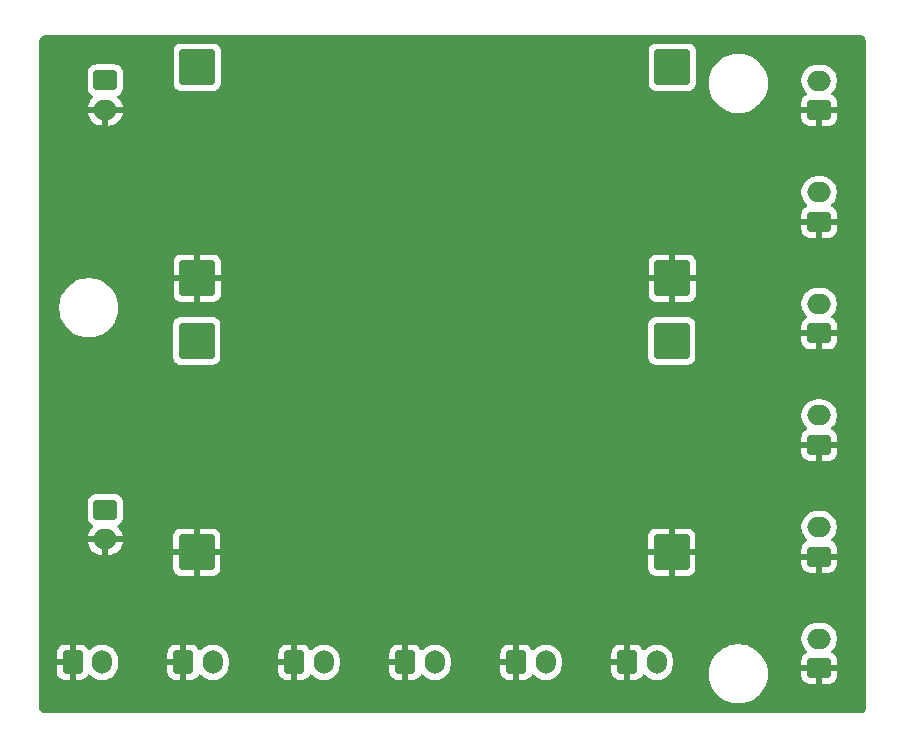
<source format=gbl>
%TF.GenerationSoftware,KiCad,Pcbnew,9.0.2*%
%TF.CreationDate,2025-07-07T17:51:17-07:00*%
%TF.ProjectId,powerBoard,706f7765-7242-46f6-9172-642e6b696361,rev?*%
%TF.SameCoordinates,Original*%
%TF.FileFunction,Copper,L2,Bot*%
%TF.FilePolarity,Positive*%
%FSLAX46Y46*%
G04 Gerber Fmt 4.6, Leading zero omitted, Abs format (unit mm)*
G04 Created by KiCad (PCBNEW 9.0.2) date 2025-07-07 17:51:17*
%MOMM*%
%LPD*%
G01*
G04 APERTURE LIST*
G04 Aperture macros list*
%AMRoundRect*
0 Rectangle with rounded corners*
0 $1 Rounding radius*
0 $2 $3 $4 $5 $6 $7 $8 $9 X,Y pos of 4 corners*
0 Add a 4 corners polygon primitive as box body*
4,1,4,$2,$3,$4,$5,$6,$7,$8,$9,$2,$3,0*
0 Add four circle primitives for the rounded corners*
1,1,$1+$1,$2,$3*
1,1,$1+$1,$4,$5*
1,1,$1+$1,$6,$7*
1,1,$1+$1,$8,$9*
0 Add four rect primitives between the rounded corners*
20,1,$1+$1,$2,$3,$4,$5,0*
20,1,$1+$1,$4,$5,$6,$7,0*
20,1,$1+$1,$6,$7,$8,$9,0*
20,1,$1+$1,$8,$9,$2,$3,0*%
G04 Aperture macros list end*
%TA.AperFunction,ComponentPad*%
%ADD10O,2.000000X1.700000*%
%TD*%
%TA.AperFunction,ComponentPad*%
%ADD11RoundRect,0.250000X0.750000X-0.600000X0.750000X0.600000X-0.750000X0.600000X-0.750000X-0.600000X0*%
%TD*%
%TA.AperFunction,ComponentPad*%
%ADD12RoundRect,0.250000X-0.600000X-0.750000X0.600000X-0.750000X0.600000X0.750000X-0.600000X0.750000X0*%
%TD*%
%TA.AperFunction,ComponentPad*%
%ADD13O,1.700000X2.000000*%
%TD*%
%TA.AperFunction,ComponentPad*%
%ADD14RoundRect,0.250000X-0.750000X0.600000X-0.750000X-0.600000X0.750000X-0.600000X0.750000X0.600000X0*%
%TD*%
%TA.AperFunction,ComponentPad*%
%ADD15RoundRect,0.147638X1.352362X-1.352362X1.352362X1.352362X-1.352362X1.352362X-1.352362X-1.352362X0*%
%TD*%
G04 APERTURE END LIST*
D10*
%TO.P,SW2,2,Pin_2*%
%TO.N,+5V*%
X78469000Y-55092000D03*
D11*
%TO.P,SW2,1,Pin_1*%
%TO.N,GND*%
X78469000Y-57592000D03*
%TD*%
%TO.P,SW6,1,Pin_1*%
%TO.N,GND*%
X78469000Y-19786000D03*
D10*
%TO.P,SW6,2,Pin_2*%
%TO.N,+5V*%
X78469000Y-17286000D03*
%TD*%
D11*
%TO.P,SW5,1,Pin_1*%
%TO.N,GND*%
X78469000Y-29242000D03*
D10*
%TO.P,SW5,2,Pin_2*%
%TO.N,+5V*%
X78469000Y-26742000D03*
%TD*%
D11*
%TO.P,SW4,1,Pin_1*%
%TO.N,GND*%
X78469000Y-38692000D03*
D10*
%TO.P,SW4,2,Pin_2*%
%TO.N,+5V*%
X78469000Y-36192000D03*
%TD*%
D11*
%TO.P,SW3,1,Pin_1*%
%TO.N,GND*%
X78469000Y-48142000D03*
D10*
%TO.P,SW3,2,Pin_2*%
%TO.N,+5V*%
X78469000Y-45642000D03*
%TD*%
D11*
%TO.P,SW1,1,Pin_1*%
%TO.N,GND*%
X78469000Y-67036000D03*
D10*
%TO.P,SW1,2,Pin_2*%
%TO.N,+5V*%
X78469000Y-64536000D03*
%TD*%
D12*
%TO.P,SG90,1,Pin_1*%
%TO.N,GND*%
X24638000Y-66548000D03*
D13*
%TO.P,SG90,2,Pin_2*%
%TO.N,+5V*%
X27138000Y-66548000D03*
%TD*%
D12*
%TO.P,HBRIDGE_2,1,Pin_1*%
%TO.N,GND*%
X62230000Y-66548000D03*
D13*
%TO.P,HBRIDGE_2,2,Pin_2*%
%TO.N,+12V*%
X64730000Y-66548000D03*
%TD*%
D12*
%TO.P,HBRIDGE_1,1,Pin_1*%
%TO.N,GND*%
X52832000Y-66548000D03*
D13*
%TO.P,HBRIDGE_1,2,Pin_2*%
%TO.N,+12V*%
X55332000Y-66548000D03*
%TD*%
D12*
%TO.P,HALLSENSOR1,1,Pin_1*%
%TO.N,GND*%
X15260000Y-66548000D03*
D13*
%TO.P,HALLSENSOR1,2,Pin_2*%
%TO.N,+9V*%
X17760000Y-66548000D03*
%TD*%
D12*
%TO.P,ESP32PWR1,1,Pin_1*%
%TO.N,GND*%
X34036000Y-66548000D03*
D13*
%TO.P,ESP32PWR1,2,Pin_2*%
%TO.N,+5V*%
X36536000Y-66548000D03*
%TD*%
D12*
%TO.P,DS3235,1,Pin_1*%
%TO.N,GND*%
X43434000Y-66548000D03*
D13*
%TO.P,DS3235,2,Pin_2*%
%TO.N,+5V*%
X45934000Y-66548000D03*
%TD*%
D14*
%TO.P,BT2,1,+*%
%TO.N,+9V*%
X18034000Y-17272000D03*
D10*
%TO.P,BT2,2,-*%
%TO.N,GND*%
X18034000Y-19772000D03*
%TD*%
D14*
%TO.P,BT1,1,+*%
%TO.N,+16V*%
X18034000Y-53634000D03*
D10*
%TO.P,BT1,2,-*%
%TO.N,GND*%
X18034000Y-56134000D03*
%TD*%
D15*
%TO.P,U2,1,VIN+*%
%TO.N,+9V*%
X25806400Y-16154400D03*
%TO.P,U2,2,VIN-*%
%TO.N,GND*%
X25806400Y-34036000D03*
%TO.P,U2,3,VOUT-*%
X66040000Y-34036000D03*
%TO.P,U2,4,VOUT+*%
%TO.N,+5V*%
X66040000Y-16154400D03*
%TD*%
%TO.P,U1,1,VIN+*%
%TO.N,+16V*%
X25755600Y-39344600D03*
%TO.P,U1,2,VIN-*%
%TO.N,GND*%
X25755600Y-57226200D03*
%TO.P,U1,3,VOUT-*%
X65989200Y-57226200D03*
%TO.P,U1,4,VOUT+*%
%TO.N,+12V*%
X65989200Y-39344600D03*
%TD*%
%TA.AperFunction,Conductor*%
%TO.N,GND*%
G36*
X81937922Y-13455280D02*
G01*
X82028266Y-13465459D01*
X82055331Y-13471636D01*
X82134540Y-13499352D01*
X82159553Y-13511398D01*
X82230606Y-13556043D01*
X82252313Y-13573355D01*
X82311644Y-13632686D01*
X82328957Y-13654395D01*
X82373600Y-13725444D01*
X82385648Y-13750462D01*
X82413362Y-13829666D01*
X82419540Y-13856735D01*
X82429720Y-13947076D01*
X82430500Y-13960961D01*
X82430500Y-70367038D01*
X82429720Y-70380922D01*
X82429720Y-70380923D01*
X82419540Y-70471264D01*
X82413362Y-70498333D01*
X82385648Y-70577537D01*
X82373600Y-70602555D01*
X82328957Y-70673604D01*
X82311644Y-70695313D01*
X82252313Y-70754644D01*
X82230604Y-70771957D01*
X82159555Y-70816600D01*
X82134537Y-70828648D01*
X82055333Y-70856362D01*
X82028264Y-70862540D01*
X81948075Y-70871576D01*
X81937921Y-70872720D01*
X81924038Y-70873500D01*
X12944962Y-70873500D01*
X12931078Y-70872720D01*
X12918553Y-70871308D01*
X12840735Y-70862540D01*
X12813666Y-70856362D01*
X12734462Y-70828648D01*
X12709444Y-70816600D01*
X12638395Y-70771957D01*
X12616686Y-70754644D01*
X12557355Y-70695313D01*
X12540042Y-70673604D01*
X12495399Y-70602555D01*
X12483351Y-70577537D01*
X12455637Y-70498333D01*
X12449459Y-70471263D01*
X12439280Y-70380922D01*
X12438500Y-70367038D01*
X12438500Y-65748013D01*
X13910000Y-65748013D01*
X13910000Y-66298000D01*
X14826988Y-66298000D01*
X14794075Y-66355007D01*
X14760000Y-66482174D01*
X14760000Y-66613826D01*
X14794075Y-66740993D01*
X14826988Y-66798000D01*
X13910001Y-66798000D01*
X13910001Y-67347986D01*
X13920494Y-67450697D01*
X13975641Y-67617119D01*
X13975643Y-67617124D01*
X14067684Y-67766345D01*
X14191654Y-67890315D01*
X14340875Y-67982356D01*
X14340880Y-67982358D01*
X14507302Y-68037505D01*
X14507309Y-68037506D01*
X14610019Y-68047999D01*
X15009999Y-68047999D01*
X15010000Y-68047998D01*
X15010000Y-66981012D01*
X15067007Y-67013925D01*
X15194174Y-67048000D01*
X15325826Y-67048000D01*
X15452993Y-67013925D01*
X15510000Y-66981012D01*
X15510000Y-68047999D01*
X15909972Y-68047999D01*
X15909986Y-68047998D01*
X16012697Y-68037505D01*
X16179119Y-67982358D01*
X16179124Y-67982356D01*
X16328345Y-67890315D01*
X16452317Y-67766343D01*
X16547815Y-67611516D01*
X16599763Y-67564791D01*
X16668725Y-67553568D01*
X16732808Y-67581412D01*
X16741035Y-67588931D01*
X16880213Y-67728109D01*
X17052179Y-67853048D01*
X17052181Y-67853049D01*
X17052184Y-67853051D01*
X17241588Y-67949557D01*
X17443757Y-68015246D01*
X17653713Y-68048500D01*
X17653714Y-68048500D01*
X17866286Y-68048500D01*
X17866287Y-68048500D01*
X18076243Y-68015246D01*
X18278412Y-67949557D01*
X18467816Y-67853051D01*
X18489789Y-67837086D01*
X18639786Y-67728109D01*
X18639788Y-67728106D01*
X18639792Y-67728104D01*
X18790104Y-67577792D01*
X18790106Y-67577788D01*
X18790109Y-67577786D01*
X18915048Y-67405820D01*
X18915049Y-67405819D01*
X18915051Y-67405816D01*
X19011557Y-67216412D01*
X19077246Y-67014243D01*
X19110500Y-66804287D01*
X19110500Y-66291713D01*
X19077246Y-66081757D01*
X19011557Y-65879588D01*
X18998135Y-65853246D01*
X18971597Y-65801160D01*
X18971596Y-65801159D01*
X18944516Y-65748013D01*
X23288000Y-65748013D01*
X23288000Y-66298000D01*
X24204988Y-66298000D01*
X24172075Y-66355007D01*
X24138000Y-66482174D01*
X24138000Y-66613826D01*
X24172075Y-66740993D01*
X24204988Y-66798000D01*
X23288001Y-66798000D01*
X23288001Y-67347986D01*
X23298494Y-67450697D01*
X23353641Y-67617119D01*
X23353643Y-67617124D01*
X23445684Y-67766345D01*
X23569654Y-67890315D01*
X23718875Y-67982356D01*
X23718880Y-67982358D01*
X23885302Y-68037505D01*
X23885309Y-68037506D01*
X23988019Y-68047999D01*
X24387999Y-68047999D01*
X24388000Y-68047998D01*
X24388000Y-66981012D01*
X24445007Y-67013925D01*
X24572174Y-67048000D01*
X24703826Y-67048000D01*
X24830993Y-67013925D01*
X24888000Y-66981012D01*
X24888000Y-68047999D01*
X25287972Y-68047999D01*
X25287986Y-68047998D01*
X25390697Y-68037505D01*
X25557119Y-67982358D01*
X25557124Y-67982356D01*
X25706345Y-67890315D01*
X25830317Y-67766343D01*
X25925815Y-67611516D01*
X25977763Y-67564791D01*
X26046725Y-67553568D01*
X26110808Y-67581412D01*
X26119035Y-67588931D01*
X26258213Y-67728109D01*
X26430179Y-67853048D01*
X26430181Y-67853049D01*
X26430184Y-67853051D01*
X26619588Y-67949557D01*
X26821757Y-68015246D01*
X27031713Y-68048500D01*
X27031714Y-68048500D01*
X27244286Y-68048500D01*
X27244287Y-68048500D01*
X27454243Y-68015246D01*
X27656412Y-67949557D01*
X27845816Y-67853051D01*
X27867789Y-67837086D01*
X28017786Y-67728109D01*
X28017788Y-67728106D01*
X28017792Y-67728104D01*
X28168104Y-67577792D01*
X28168106Y-67577788D01*
X28168109Y-67577786D01*
X28293048Y-67405820D01*
X28293049Y-67405819D01*
X28293051Y-67405816D01*
X28389557Y-67216412D01*
X28455246Y-67014243D01*
X28488500Y-66804287D01*
X28488500Y-66291713D01*
X28455246Y-66081757D01*
X28389557Y-65879588D01*
X28376135Y-65853246D01*
X28349597Y-65801160D01*
X28349596Y-65801159D01*
X28322516Y-65748013D01*
X32686000Y-65748013D01*
X32686000Y-66298000D01*
X33602988Y-66298000D01*
X33570075Y-66355007D01*
X33536000Y-66482174D01*
X33536000Y-66613826D01*
X33570075Y-66740993D01*
X33602988Y-66798000D01*
X32686001Y-66798000D01*
X32686001Y-67347986D01*
X32696494Y-67450697D01*
X32751641Y-67617119D01*
X32751643Y-67617124D01*
X32843684Y-67766345D01*
X32967654Y-67890315D01*
X33116875Y-67982356D01*
X33116880Y-67982358D01*
X33283302Y-68037505D01*
X33283309Y-68037506D01*
X33386019Y-68047999D01*
X33785999Y-68047999D01*
X33786000Y-68047998D01*
X33786000Y-66981012D01*
X33843007Y-67013925D01*
X33970174Y-67048000D01*
X34101826Y-67048000D01*
X34228993Y-67013925D01*
X34286000Y-66981012D01*
X34286000Y-68047999D01*
X34685972Y-68047999D01*
X34685986Y-68047998D01*
X34788697Y-68037505D01*
X34955119Y-67982358D01*
X34955124Y-67982356D01*
X35104345Y-67890315D01*
X35228317Y-67766343D01*
X35323815Y-67611516D01*
X35375763Y-67564791D01*
X35444725Y-67553568D01*
X35508808Y-67581412D01*
X35517035Y-67588931D01*
X35656213Y-67728109D01*
X35828179Y-67853048D01*
X35828181Y-67853049D01*
X35828184Y-67853051D01*
X36017588Y-67949557D01*
X36219757Y-68015246D01*
X36429713Y-68048500D01*
X36429714Y-68048500D01*
X36642286Y-68048500D01*
X36642287Y-68048500D01*
X36852243Y-68015246D01*
X37054412Y-67949557D01*
X37243816Y-67853051D01*
X37265789Y-67837086D01*
X37415786Y-67728109D01*
X37415788Y-67728106D01*
X37415792Y-67728104D01*
X37566104Y-67577792D01*
X37566106Y-67577788D01*
X37566109Y-67577786D01*
X37691048Y-67405820D01*
X37691049Y-67405819D01*
X37691051Y-67405816D01*
X37787557Y-67216412D01*
X37853246Y-67014243D01*
X37886500Y-66804287D01*
X37886500Y-66291713D01*
X37853246Y-66081757D01*
X37787557Y-65879588D01*
X37774135Y-65853246D01*
X37747597Y-65801160D01*
X37747596Y-65801159D01*
X37720516Y-65748013D01*
X42084000Y-65748013D01*
X42084000Y-66298000D01*
X43000988Y-66298000D01*
X42968075Y-66355007D01*
X42934000Y-66482174D01*
X42934000Y-66613826D01*
X42968075Y-66740993D01*
X43000988Y-66798000D01*
X42084001Y-66798000D01*
X42084001Y-67347986D01*
X42094494Y-67450697D01*
X42149641Y-67617119D01*
X42149643Y-67617124D01*
X42241684Y-67766345D01*
X42365654Y-67890315D01*
X42514875Y-67982356D01*
X42514880Y-67982358D01*
X42681302Y-68037505D01*
X42681309Y-68037506D01*
X42784019Y-68047999D01*
X43183999Y-68047999D01*
X43184000Y-68047998D01*
X43184000Y-66981012D01*
X43241007Y-67013925D01*
X43368174Y-67048000D01*
X43499826Y-67048000D01*
X43626993Y-67013925D01*
X43684000Y-66981012D01*
X43684000Y-68047999D01*
X44083972Y-68047999D01*
X44083986Y-68047998D01*
X44186697Y-68037505D01*
X44353119Y-67982358D01*
X44353124Y-67982356D01*
X44502345Y-67890315D01*
X44626317Y-67766343D01*
X44721815Y-67611516D01*
X44773763Y-67564791D01*
X44842725Y-67553568D01*
X44906808Y-67581412D01*
X44915035Y-67588931D01*
X45054213Y-67728109D01*
X45226179Y-67853048D01*
X45226181Y-67853049D01*
X45226184Y-67853051D01*
X45415588Y-67949557D01*
X45617757Y-68015246D01*
X45827713Y-68048500D01*
X45827714Y-68048500D01*
X46040286Y-68048500D01*
X46040287Y-68048500D01*
X46250243Y-68015246D01*
X46452412Y-67949557D01*
X46641816Y-67853051D01*
X46663789Y-67837086D01*
X46813786Y-67728109D01*
X46813788Y-67728106D01*
X46813792Y-67728104D01*
X46964104Y-67577792D01*
X46964106Y-67577788D01*
X46964109Y-67577786D01*
X47089048Y-67405820D01*
X47089049Y-67405819D01*
X47089051Y-67405816D01*
X47185557Y-67216412D01*
X47251246Y-67014243D01*
X47284500Y-66804287D01*
X47284500Y-66291713D01*
X47251246Y-66081757D01*
X47185557Y-65879588D01*
X47172135Y-65853246D01*
X47145597Y-65801160D01*
X47145596Y-65801159D01*
X47118516Y-65748013D01*
X51482000Y-65748013D01*
X51482000Y-66298000D01*
X52398988Y-66298000D01*
X52366075Y-66355007D01*
X52332000Y-66482174D01*
X52332000Y-66613826D01*
X52366075Y-66740993D01*
X52398988Y-66798000D01*
X51482001Y-66798000D01*
X51482001Y-67347986D01*
X51492494Y-67450697D01*
X51547641Y-67617119D01*
X51547643Y-67617124D01*
X51639684Y-67766345D01*
X51763654Y-67890315D01*
X51912875Y-67982356D01*
X51912880Y-67982358D01*
X52079302Y-68037505D01*
X52079309Y-68037506D01*
X52182019Y-68047999D01*
X52581999Y-68047999D01*
X52582000Y-68047998D01*
X52582000Y-66981012D01*
X52639007Y-67013925D01*
X52766174Y-67048000D01*
X52897826Y-67048000D01*
X53024993Y-67013925D01*
X53082000Y-66981012D01*
X53082000Y-68047999D01*
X53481972Y-68047999D01*
X53481986Y-68047998D01*
X53584697Y-68037505D01*
X53751119Y-67982358D01*
X53751124Y-67982356D01*
X53900345Y-67890315D01*
X54024317Y-67766343D01*
X54119815Y-67611516D01*
X54171763Y-67564791D01*
X54240725Y-67553568D01*
X54304808Y-67581412D01*
X54313035Y-67588931D01*
X54452213Y-67728109D01*
X54624179Y-67853048D01*
X54624181Y-67853049D01*
X54624184Y-67853051D01*
X54813588Y-67949557D01*
X55015757Y-68015246D01*
X55225713Y-68048500D01*
X55225714Y-68048500D01*
X55438286Y-68048500D01*
X55438287Y-68048500D01*
X55648243Y-68015246D01*
X55850412Y-67949557D01*
X56039816Y-67853051D01*
X56061789Y-67837086D01*
X56211786Y-67728109D01*
X56211788Y-67728106D01*
X56211792Y-67728104D01*
X56362104Y-67577792D01*
X56362106Y-67577788D01*
X56362109Y-67577786D01*
X56487048Y-67405820D01*
X56487049Y-67405819D01*
X56487051Y-67405816D01*
X56583557Y-67216412D01*
X56649246Y-67014243D01*
X56682500Y-66804287D01*
X56682500Y-66291713D01*
X56649246Y-66081757D01*
X56583557Y-65879588D01*
X56570135Y-65853246D01*
X56543597Y-65801160D01*
X56543596Y-65801159D01*
X56516516Y-65748013D01*
X60880000Y-65748013D01*
X60880000Y-66298000D01*
X61796988Y-66298000D01*
X61764075Y-66355007D01*
X61730000Y-66482174D01*
X61730000Y-66613826D01*
X61764075Y-66740993D01*
X61796988Y-66798000D01*
X60880001Y-66798000D01*
X60880001Y-67347986D01*
X60890494Y-67450697D01*
X60945641Y-67617119D01*
X60945643Y-67617124D01*
X61037684Y-67766345D01*
X61161654Y-67890315D01*
X61310875Y-67982356D01*
X61310880Y-67982358D01*
X61477302Y-68037505D01*
X61477309Y-68037506D01*
X61580019Y-68047999D01*
X61979999Y-68047999D01*
X61980000Y-68047998D01*
X61980000Y-66981012D01*
X62037007Y-67013925D01*
X62164174Y-67048000D01*
X62295826Y-67048000D01*
X62422993Y-67013925D01*
X62480000Y-66981012D01*
X62480000Y-68047999D01*
X62879972Y-68047999D01*
X62879986Y-68047998D01*
X62982697Y-68037505D01*
X63149119Y-67982358D01*
X63149124Y-67982356D01*
X63298345Y-67890315D01*
X63422317Y-67766343D01*
X63517815Y-67611516D01*
X63569763Y-67564791D01*
X63638725Y-67553568D01*
X63702808Y-67581412D01*
X63711035Y-67588931D01*
X63850213Y-67728109D01*
X64022179Y-67853048D01*
X64022181Y-67853049D01*
X64022184Y-67853051D01*
X64211588Y-67949557D01*
X64413757Y-68015246D01*
X64623713Y-68048500D01*
X64623714Y-68048500D01*
X64836286Y-68048500D01*
X64836287Y-68048500D01*
X65046243Y-68015246D01*
X65248412Y-67949557D01*
X65437816Y-67853051D01*
X65459789Y-67837086D01*
X65609786Y-67728109D01*
X65609788Y-67728106D01*
X65609792Y-67728104D01*
X65760104Y-67577792D01*
X65760106Y-67577788D01*
X65760109Y-67577786D01*
X65863049Y-67436099D01*
X65885051Y-67405816D01*
X65895368Y-67385568D01*
X69127500Y-67385568D01*
X69127500Y-67666431D01*
X69158942Y-67945494D01*
X69158945Y-67945512D01*
X69221439Y-68219317D01*
X69221443Y-68219329D01*
X69314200Y-68484411D01*
X69436053Y-68737442D01*
X69436055Y-68737445D01*
X69585477Y-68975248D01*
X69760584Y-69194825D01*
X69959175Y-69393416D01*
X70178752Y-69568523D01*
X70416555Y-69717945D01*
X70669592Y-69839801D01*
X70868680Y-69909465D01*
X70934670Y-69932556D01*
X70934682Y-69932560D01*
X71208491Y-69995055D01*
X71208497Y-69995055D01*
X71208505Y-69995057D01*
X71394547Y-70016018D01*
X71487569Y-70026499D01*
X71487572Y-70026500D01*
X71487575Y-70026500D01*
X71768428Y-70026500D01*
X71768429Y-70026499D01*
X71911055Y-70010429D01*
X72047494Y-69995057D01*
X72047499Y-69995056D01*
X72047509Y-69995055D01*
X72321318Y-69932560D01*
X72586408Y-69839801D01*
X72839445Y-69717945D01*
X73077248Y-69568523D01*
X73296825Y-69393416D01*
X73495416Y-69194825D01*
X73670523Y-68975248D01*
X73819945Y-68737445D01*
X73941801Y-68484408D01*
X74034560Y-68219318D01*
X74097055Y-67945509D01*
X74107473Y-67853051D01*
X74128499Y-67666431D01*
X74128500Y-67666427D01*
X74128500Y-67385572D01*
X74128499Y-67385570D01*
X74124264Y-67347986D01*
X74110858Y-67228993D01*
X74097057Y-67106504D01*
X74097054Y-67106487D01*
X74034560Y-66832682D01*
X74034556Y-66832670D01*
X74011465Y-66766680D01*
X73941801Y-66567592D01*
X73819945Y-66314555D01*
X73670523Y-66076752D01*
X73495416Y-65857175D01*
X73296825Y-65658584D01*
X73077248Y-65483477D01*
X72913004Y-65380275D01*
X72839442Y-65334053D01*
X72586411Y-65212200D01*
X72321329Y-65119443D01*
X72321317Y-65119439D01*
X72047512Y-65056945D01*
X72047494Y-65056942D01*
X71768431Y-65025500D01*
X71768425Y-65025500D01*
X71487575Y-65025500D01*
X71487568Y-65025500D01*
X71208505Y-65056942D01*
X71208487Y-65056945D01*
X70934682Y-65119439D01*
X70934670Y-65119443D01*
X70669588Y-65212200D01*
X70416557Y-65334053D01*
X70178753Y-65483476D01*
X69959175Y-65658583D01*
X69760583Y-65857175D01*
X69585476Y-66076753D01*
X69436053Y-66314557D01*
X69314200Y-66567588D01*
X69221443Y-66832670D01*
X69221439Y-66832682D01*
X69158945Y-67106487D01*
X69158942Y-67106505D01*
X69127500Y-67385568D01*
X65895368Y-67385568D01*
X65981557Y-67216412D01*
X66047246Y-67014243D01*
X66080500Y-66804287D01*
X66080500Y-66291713D01*
X66047246Y-66081757D01*
X65981557Y-65879588D01*
X65885051Y-65690184D01*
X65885049Y-65690181D01*
X65885048Y-65690179D01*
X65760109Y-65518213D01*
X65609786Y-65367890D01*
X65437820Y-65242951D01*
X65248414Y-65146444D01*
X65248413Y-65146443D01*
X65248412Y-65146443D01*
X65046243Y-65080754D01*
X65046241Y-65080753D01*
X65046240Y-65080753D01*
X64879927Y-65054412D01*
X64836287Y-65047500D01*
X64623713Y-65047500D01*
X64580073Y-65054412D01*
X64413760Y-65080753D01*
X64211585Y-65146444D01*
X64022179Y-65242951D01*
X63850215Y-65367889D01*
X63711035Y-65507069D01*
X63649712Y-65540553D01*
X63580020Y-65535569D01*
X63524087Y-65493697D01*
X63517815Y-65484484D01*
X63422315Y-65329654D01*
X63298345Y-65205684D01*
X63149124Y-65113643D01*
X63149119Y-65113641D01*
X62982697Y-65058494D01*
X62982690Y-65058493D01*
X62879986Y-65048000D01*
X62480000Y-65048000D01*
X62480000Y-66114988D01*
X62422993Y-66082075D01*
X62295826Y-66048000D01*
X62164174Y-66048000D01*
X62037007Y-66082075D01*
X61980000Y-66114988D01*
X61980000Y-65048000D01*
X61580028Y-65048000D01*
X61580012Y-65048001D01*
X61477302Y-65058494D01*
X61310880Y-65113641D01*
X61310875Y-65113643D01*
X61161654Y-65205684D01*
X61037684Y-65329654D01*
X60945643Y-65478875D01*
X60945641Y-65478880D01*
X60890494Y-65645302D01*
X60890493Y-65645309D01*
X60880000Y-65748013D01*
X56516516Y-65748013D01*
X56487051Y-65690184D01*
X56479023Y-65679134D01*
X56362109Y-65518213D01*
X56211786Y-65367890D01*
X56039820Y-65242951D01*
X55850414Y-65146444D01*
X55850413Y-65146443D01*
X55850412Y-65146443D01*
X55648243Y-65080754D01*
X55648241Y-65080753D01*
X55648240Y-65080753D01*
X55481927Y-65054412D01*
X55438287Y-65047500D01*
X55225713Y-65047500D01*
X55182073Y-65054412D01*
X55015760Y-65080753D01*
X54813585Y-65146444D01*
X54624179Y-65242951D01*
X54452215Y-65367889D01*
X54313035Y-65507069D01*
X54251712Y-65540553D01*
X54182020Y-65535569D01*
X54126087Y-65493697D01*
X54119815Y-65484484D01*
X54024315Y-65329654D01*
X53900345Y-65205684D01*
X53751124Y-65113643D01*
X53751119Y-65113641D01*
X53584697Y-65058494D01*
X53584690Y-65058493D01*
X53481986Y-65048000D01*
X53082000Y-65048000D01*
X53082000Y-66114988D01*
X53024993Y-66082075D01*
X52897826Y-66048000D01*
X52766174Y-66048000D01*
X52639007Y-66082075D01*
X52582000Y-66114988D01*
X52582000Y-65048000D01*
X52182028Y-65048000D01*
X52182012Y-65048001D01*
X52079302Y-65058494D01*
X51912880Y-65113641D01*
X51912875Y-65113643D01*
X51763654Y-65205684D01*
X51639684Y-65329654D01*
X51547643Y-65478875D01*
X51547641Y-65478880D01*
X51492494Y-65645302D01*
X51492493Y-65645309D01*
X51482000Y-65748013D01*
X47118516Y-65748013D01*
X47089051Y-65690184D01*
X47081023Y-65679134D01*
X46964109Y-65518213D01*
X46813786Y-65367890D01*
X46641820Y-65242951D01*
X46452414Y-65146444D01*
X46452413Y-65146443D01*
X46452412Y-65146443D01*
X46250243Y-65080754D01*
X46250241Y-65080753D01*
X46250240Y-65080753D01*
X46083927Y-65054412D01*
X46040287Y-65047500D01*
X45827713Y-65047500D01*
X45784073Y-65054412D01*
X45617760Y-65080753D01*
X45415585Y-65146444D01*
X45226179Y-65242951D01*
X45054215Y-65367889D01*
X44915035Y-65507069D01*
X44853712Y-65540553D01*
X44784020Y-65535569D01*
X44728087Y-65493697D01*
X44721815Y-65484484D01*
X44626315Y-65329654D01*
X44502345Y-65205684D01*
X44353124Y-65113643D01*
X44353119Y-65113641D01*
X44186697Y-65058494D01*
X44186690Y-65058493D01*
X44083986Y-65048000D01*
X43684000Y-65048000D01*
X43684000Y-66114988D01*
X43626993Y-66082075D01*
X43499826Y-66048000D01*
X43368174Y-66048000D01*
X43241007Y-66082075D01*
X43184000Y-66114988D01*
X43184000Y-65048000D01*
X42784028Y-65048000D01*
X42784012Y-65048001D01*
X42681302Y-65058494D01*
X42514880Y-65113641D01*
X42514875Y-65113643D01*
X42365654Y-65205684D01*
X42241684Y-65329654D01*
X42149643Y-65478875D01*
X42149641Y-65478880D01*
X42094494Y-65645302D01*
X42094493Y-65645309D01*
X42084000Y-65748013D01*
X37720516Y-65748013D01*
X37691051Y-65690184D01*
X37683023Y-65679134D01*
X37566109Y-65518213D01*
X37415786Y-65367890D01*
X37243820Y-65242951D01*
X37054414Y-65146444D01*
X37054413Y-65146443D01*
X37054412Y-65146443D01*
X36852243Y-65080754D01*
X36852241Y-65080753D01*
X36852240Y-65080753D01*
X36685927Y-65054412D01*
X36642287Y-65047500D01*
X36429713Y-65047500D01*
X36386073Y-65054412D01*
X36219760Y-65080753D01*
X36017585Y-65146444D01*
X35828179Y-65242951D01*
X35656215Y-65367889D01*
X35517035Y-65507069D01*
X35455712Y-65540553D01*
X35386020Y-65535569D01*
X35330087Y-65493697D01*
X35323815Y-65484484D01*
X35228315Y-65329654D01*
X35104345Y-65205684D01*
X34955124Y-65113643D01*
X34955119Y-65113641D01*
X34788697Y-65058494D01*
X34788690Y-65058493D01*
X34685986Y-65048000D01*
X34286000Y-65048000D01*
X34286000Y-66114988D01*
X34228993Y-66082075D01*
X34101826Y-66048000D01*
X33970174Y-66048000D01*
X33843007Y-66082075D01*
X33786000Y-66114988D01*
X33786000Y-65048000D01*
X33386028Y-65048000D01*
X33386012Y-65048001D01*
X33283302Y-65058494D01*
X33116880Y-65113641D01*
X33116875Y-65113643D01*
X32967654Y-65205684D01*
X32843684Y-65329654D01*
X32751643Y-65478875D01*
X32751641Y-65478880D01*
X32696494Y-65645302D01*
X32696493Y-65645309D01*
X32686000Y-65748013D01*
X28322516Y-65748013D01*
X28293051Y-65690184D01*
X28285023Y-65679134D01*
X28168109Y-65518213D01*
X28017786Y-65367890D01*
X27845820Y-65242951D01*
X27656414Y-65146444D01*
X27656413Y-65146443D01*
X27656412Y-65146443D01*
X27454243Y-65080754D01*
X27454241Y-65080753D01*
X27454240Y-65080753D01*
X27287927Y-65054412D01*
X27244287Y-65047500D01*
X27031713Y-65047500D01*
X26988073Y-65054412D01*
X26821760Y-65080753D01*
X26619585Y-65146444D01*
X26430179Y-65242951D01*
X26258215Y-65367889D01*
X26119035Y-65507069D01*
X26057712Y-65540553D01*
X25988020Y-65535569D01*
X25932087Y-65493697D01*
X25925815Y-65484484D01*
X25830315Y-65329654D01*
X25706345Y-65205684D01*
X25557124Y-65113643D01*
X25557119Y-65113641D01*
X25390697Y-65058494D01*
X25390690Y-65058493D01*
X25287986Y-65048000D01*
X24888000Y-65048000D01*
X24888000Y-66114988D01*
X24830993Y-66082075D01*
X24703826Y-66048000D01*
X24572174Y-66048000D01*
X24445007Y-66082075D01*
X24388000Y-66114988D01*
X24388000Y-65048000D01*
X23988028Y-65048000D01*
X23988012Y-65048001D01*
X23885302Y-65058494D01*
X23718880Y-65113641D01*
X23718875Y-65113643D01*
X23569654Y-65205684D01*
X23445684Y-65329654D01*
X23353643Y-65478875D01*
X23353641Y-65478880D01*
X23298494Y-65645302D01*
X23298493Y-65645309D01*
X23288000Y-65748013D01*
X18944516Y-65748013D01*
X18915051Y-65690184D01*
X18907023Y-65679134D01*
X18790109Y-65518213D01*
X18639786Y-65367890D01*
X18467820Y-65242951D01*
X18278414Y-65146444D01*
X18278413Y-65146443D01*
X18278412Y-65146443D01*
X18076243Y-65080754D01*
X18076241Y-65080753D01*
X18076240Y-65080753D01*
X17909927Y-65054412D01*
X17866287Y-65047500D01*
X17653713Y-65047500D01*
X17610073Y-65054412D01*
X17443760Y-65080753D01*
X17241585Y-65146444D01*
X17052179Y-65242951D01*
X16880215Y-65367889D01*
X16741035Y-65507069D01*
X16679712Y-65540553D01*
X16610020Y-65535569D01*
X16554087Y-65493697D01*
X16547815Y-65484484D01*
X16452315Y-65329654D01*
X16328345Y-65205684D01*
X16179124Y-65113643D01*
X16179119Y-65113641D01*
X16012697Y-65058494D01*
X16012690Y-65058493D01*
X15909986Y-65048000D01*
X15510000Y-65048000D01*
X15510000Y-66114988D01*
X15452993Y-66082075D01*
X15325826Y-66048000D01*
X15194174Y-66048000D01*
X15067007Y-66082075D01*
X15010000Y-66114988D01*
X15010000Y-65048000D01*
X14610028Y-65048000D01*
X14610012Y-65048001D01*
X14507302Y-65058494D01*
X14340880Y-65113641D01*
X14340875Y-65113643D01*
X14191654Y-65205684D01*
X14067684Y-65329654D01*
X13975643Y-65478875D01*
X13975641Y-65478880D01*
X13920494Y-65645302D01*
X13920493Y-65645309D01*
X13910000Y-65748013D01*
X12438500Y-65748013D01*
X12438500Y-64429713D01*
X76968500Y-64429713D01*
X76968500Y-64642286D01*
X77001753Y-64852239D01*
X77067444Y-65054414D01*
X77163951Y-65243820D01*
X77288890Y-65415786D01*
X77428068Y-65554964D01*
X77461553Y-65616287D01*
X77456569Y-65685979D01*
X77414697Y-65741912D01*
X77405484Y-65748183D01*
X77250659Y-65843680D01*
X77250655Y-65843683D01*
X77126684Y-65967654D01*
X77034643Y-66116875D01*
X77034641Y-66116880D01*
X76979494Y-66283302D01*
X76979493Y-66283309D01*
X76969000Y-66386013D01*
X76969000Y-66786000D01*
X78035988Y-66786000D01*
X78003075Y-66843007D01*
X77969000Y-66970174D01*
X77969000Y-67101826D01*
X78003075Y-67228993D01*
X78035988Y-67286000D01*
X76969001Y-67286000D01*
X76969001Y-67685986D01*
X76979494Y-67788697D01*
X77034641Y-67955119D01*
X77034643Y-67955124D01*
X77126684Y-68104345D01*
X77250654Y-68228315D01*
X77399875Y-68320356D01*
X77399880Y-68320358D01*
X77566302Y-68375505D01*
X77566309Y-68375506D01*
X77669019Y-68385999D01*
X78218999Y-68385999D01*
X78219000Y-68385998D01*
X78219000Y-67469012D01*
X78276007Y-67501925D01*
X78403174Y-67536000D01*
X78534826Y-67536000D01*
X78661993Y-67501925D01*
X78719000Y-67469012D01*
X78719000Y-68385999D01*
X79268972Y-68385999D01*
X79268986Y-68385998D01*
X79371697Y-68375505D01*
X79538119Y-68320358D01*
X79538124Y-68320356D01*
X79687345Y-68228315D01*
X79811315Y-68104345D01*
X79903356Y-67955124D01*
X79903358Y-67955119D01*
X79958505Y-67788697D01*
X79958506Y-67788690D01*
X79968999Y-67685986D01*
X79969000Y-67685973D01*
X79969000Y-67286000D01*
X78902012Y-67286000D01*
X78934925Y-67228993D01*
X78969000Y-67101826D01*
X78969000Y-66970174D01*
X78934925Y-66843007D01*
X78902012Y-66786000D01*
X79968999Y-66786000D01*
X79968999Y-66386028D01*
X79968998Y-66386013D01*
X79958505Y-66283302D01*
X79903358Y-66116880D01*
X79903356Y-66116875D01*
X79811315Y-65967654D01*
X79687345Y-65843684D01*
X79532515Y-65748184D01*
X79485791Y-65696236D01*
X79474568Y-65627273D01*
X79502412Y-65563191D01*
X79509909Y-65554986D01*
X79649104Y-65415792D01*
X79711687Y-65329654D01*
X79774048Y-65243820D01*
X79774047Y-65243820D01*
X79774051Y-65243816D01*
X79870557Y-65054412D01*
X79936246Y-64852243D01*
X79969500Y-64642287D01*
X79969500Y-64429713D01*
X79936246Y-64219757D01*
X79870557Y-64017588D01*
X79774051Y-63828184D01*
X79774049Y-63828181D01*
X79774048Y-63828179D01*
X79649109Y-63656213D01*
X79498786Y-63505890D01*
X79326820Y-63380951D01*
X79137414Y-63284444D01*
X79137413Y-63284443D01*
X79137412Y-63284443D01*
X78935243Y-63218754D01*
X78935241Y-63218753D01*
X78935240Y-63218753D01*
X78773957Y-63193208D01*
X78725287Y-63185500D01*
X78212713Y-63185500D01*
X78164042Y-63193208D01*
X78002760Y-63218753D01*
X77800585Y-63284444D01*
X77611179Y-63380951D01*
X77439213Y-63505890D01*
X77288890Y-63656213D01*
X77163951Y-63828179D01*
X77067444Y-64017585D01*
X77001753Y-64219760D01*
X76968500Y-64429713D01*
X12438500Y-64429713D01*
X12438500Y-52983983D01*
X16533500Y-52983983D01*
X16533500Y-54284001D01*
X16533501Y-54284018D01*
X16544000Y-54386796D01*
X16544001Y-54386799D01*
X16599185Y-54553331D01*
X16599186Y-54553334D01*
X16691288Y-54702656D01*
X16815344Y-54826712D01*
X16894121Y-54875302D01*
X16970558Y-54922448D01*
X17017283Y-54974396D01*
X17028506Y-55043358D01*
X17000663Y-55107441D01*
X16993144Y-55115668D01*
X16854271Y-55254541D01*
X16729379Y-55426442D01*
X16632904Y-55615782D01*
X16567242Y-55817870D01*
X16567242Y-55817873D01*
X16556769Y-55884000D01*
X17600988Y-55884000D01*
X17568075Y-55941007D01*
X17534000Y-56068174D01*
X17534000Y-56199826D01*
X17568075Y-56326993D01*
X17600988Y-56384000D01*
X16556769Y-56384000D01*
X16567242Y-56450126D01*
X16567242Y-56450129D01*
X16632904Y-56652217D01*
X16729379Y-56841557D01*
X16854272Y-57013459D01*
X16854276Y-57013464D01*
X17004535Y-57163723D01*
X17004540Y-57163727D01*
X17176442Y-57288620D01*
X17365782Y-57385095D01*
X17567870Y-57450757D01*
X17777754Y-57484000D01*
X17784000Y-57484000D01*
X17784000Y-56567012D01*
X17841007Y-56599925D01*
X17968174Y-56634000D01*
X18099826Y-56634000D01*
X18226993Y-56599925D01*
X18284000Y-56567012D01*
X18284000Y-57484000D01*
X18290246Y-57484000D01*
X18500127Y-57450757D01*
X18500130Y-57450757D01*
X18702217Y-57385095D01*
X18841056Y-57314353D01*
X18891557Y-57288620D01*
X19063459Y-57163727D01*
X19063464Y-57163723D01*
X19213723Y-57013464D01*
X19213727Y-57013459D01*
X19338620Y-56841557D01*
X19435095Y-56652217D01*
X19500757Y-56450129D01*
X19500757Y-56450126D01*
X19511231Y-56384000D01*
X18467012Y-56384000D01*
X18499925Y-56326993D01*
X18534000Y-56199826D01*
X18534000Y-56068174D01*
X18499925Y-55941007D01*
X18467012Y-55884000D01*
X19511231Y-55884000D01*
X19501950Y-55825403D01*
X19501950Y-55825401D01*
X19501949Y-55825398D01*
X19500756Y-55817869D01*
X19497690Y-55808434D01*
X23755600Y-55808434D01*
X23755600Y-56976200D01*
X25322588Y-56976200D01*
X25289675Y-57033207D01*
X25255600Y-57160374D01*
X25255600Y-57292026D01*
X25289675Y-57419193D01*
X25322588Y-57476200D01*
X23755600Y-57476200D01*
X23755600Y-58643965D01*
X23758489Y-58680678D01*
X23758490Y-58680684D01*
X23804140Y-58837809D01*
X23804141Y-58837812D01*
X23887435Y-58978656D01*
X23887441Y-58978664D01*
X24003135Y-59094358D01*
X24003143Y-59094364D01*
X24143987Y-59177658D01*
X24143990Y-59177659D01*
X24301115Y-59223309D01*
X24301121Y-59223310D01*
X24337834Y-59226199D01*
X24337846Y-59226200D01*
X25505600Y-59226200D01*
X25505600Y-57659212D01*
X25562607Y-57692125D01*
X25689774Y-57726200D01*
X25821426Y-57726200D01*
X25948593Y-57692125D01*
X26005600Y-57659212D01*
X26005600Y-59226200D01*
X27173354Y-59226200D01*
X27173365Y-59226199D01*
X27210078Y-59223310D01*
X27210084Y-59223309D01*
X27367209Y-59177659D01*
X27367212Y-59177658D01*
X27508056Y-59094364D01*
X27508064Y-59094358D01*
X27623758Y-58978664D01*
X27623764Y-58978656D01*
X27707058Y-58837812D01*
X27707059Y-58837809D01*
X27752709Y-58680684D01*
X27752710Y-58680678D01*
X27755599Y-58643965D01*
X27755600Y-58643953D01*
X27755600Y-57476200D01*
X26188612Y-57476200D01*
X26221525Y-57419193D01*
X26255600Y-57292026D01*
X26255600Y-57160374D01*
X26221525Y-57033207D01*
X26188612Y-56976200D01*
X27755600Y-56976200D01*
X27755600Y-55808446D01*
X27755599Y-55808434D01*
X63989200Y-55808434D01*
X63989200Y-56976200D01*
X65556188Y-56976200D01*
X65523275Y-57033207D01*
X65489200Y-57160374D01*
X65489200Y-57292026D01*
X65523275Y-57419193D01*
X65556188Y-57476200D01*
X63989200Y-57476200D01*
X63989200Y-58643965D01*
X63992089Y-58680678D01*
X63992090Y-58680684D01*
X64037740Y-58837809D01*
X64037741Y-58837812D01*
X64121035Y-58978656D01*
X64121041Y-58978664D01*
X64236735Y-59094358D01*
X64236743Y-59094364D01*
X64377587Y-59177658D01*
X64377590Y-59177659D01*
X64534715Y-59223309D01*
X64534721Y-59223310D01*
X64571434Y-59226199D01*
X64571446Y-59226200D01*
X65739200Y-59226200D01*
X65739200Y-57659212D01*
X65796207Y-57692125D01*
X65923374Y-57726200D01*
X66055026Y-57726200D01*
X66182193Y-57692125D01*
X66239200Y-57659212D01*
X66239200Y-59226200D01*
X67406954Y-59226200D01*
X67406965Y-59226199D01*
X67443678Y-59223310D01*
X67443684Y-59223309D01*
X67600809Y-59177659D01*
X67600812Y-59177658D01*
X67741656Y-59094364D01*
X67741664Y-59094358D01*
X67857358Y-58978664D01*
X67857364Y-58978656D01*
X67940658Y-58837812D01*
X67940659Y-58837809D01*
X67986309Y-58680684D01*
X67986310Y-58680678D01*
X67989199Y-58643965D01*
X67989200Y-58643953D01*
X67989200Y-57476200D01*
X66422212Y-57476200D01*
X66455125Y-57419193D01*
X66489200Y-57292026D01*
X66489200Y-57160374D01*
X66455125Y-57033207D01*
X66422212Y-56976200D01*
X67989200Y-56976200D01*
X67989200Y-55808446D01*
X67989199Y-55808434D01*
X67986310Y-55771721D01*
X67986309Y-55771715D01*
X67940659Y-55614590D01*
X67940658Y-55614587D01*
X67857364Y-55473743D01*
X67857358Y-55473735D01*
X67741664Y-55358041D01*
X67741656Y-55358035D01*
X67600812Y-55274741D01*
X67600809Y-55274740D01*
X67443684Y-55229090D01*
X67443678Y-55229089D01*
X67406965Y-55226200D01*
X66239200Y-55226200D01*
X66239200Y-56793188D01*
X66182193Y-56760275D01*
X66055026Y-56726200D01*
X65923374Y-56726200D01*
X65796207Y-56760275D01*
X65739200Y-56793188D01*
X65739200Y-55226200D01*
X64571434Y-55226200D01*
X64534721Y-55229089D01*
X64534715Y-55229090D01*
X64377590Y-55274740D01*
X64377587Y-55274741D01*
X64236743Y-55358035D01*
X64236735Y-55358041D01*
X64121041Y-55473735D01*
X64121035Y-55473743D01*
X64037741Y-55614587D01*
X64037740Y-55614590D01*
X63992090Y-55771715D01*
X63992089Y-55771721D01*
X63989200Y-55808434D01*
X27755599Y-55808434D01*
X27752710Y-55771721D01*
X27752709Y-55771715D01*
X27707059Y-55614590D01*
X27707058Y-55614587D01*
X27623764Y-55473743D01*
X27623758Y-55473735D01*
X27508064Y-55358041D01*
X27508056Y-55358035D01*
X27367212Y-55274741D01*
X27367209Y-55274740D01*
X27210084Y-55229090D01*
X27210078Y-55229089D01*
X27173365Y-55226200D01*
X26005600Y-55226200D01*
X26005600Y-56793188D01*
X25948593Y-56760275D01*
X25821426Y-56726200D01*
X25689774Y-56726200D01*
X25562607Y-56760275D01*
X25505600Y-56793188D01*
X25505600Y-55226200D01*
X24337834Y-55226200D01*
X24301121Y-55229089D01*
X24301115Y-55229090D01*
X24143990Y-55274740D01*
X24143987Y-55274741D01*
X24003143Y-55358035D01*
X24003135Y-55358041D01*
X23887441Y-55473735D01*
X23887435Y-55473743D01*
X23804141Y-55614587D01*
X23804140Y-55614590D01*
X23758490Y-55771715D01*
X23758489Y-55771721D01*
X23755600Y-55808434D01*
X19497690Y-55808434D01*
X19435095Y-55615782D01*
X19338620Y-55426442D01*
X19213727Y-55254540D01*
X19213723Y-55254535D01*
X19074856Y-55115668D01*
X19063711Y-55095258D01*
X19048808Y-55077401D01*
X19047279Y-55065165D01*
X19041371Y-55054345D01*
X19043029Y-55031147D01*
X19040147Y-55008070D01*
X19045475Y-54996952D01*
X19046279Y-54985713D01*
X76968500Y-54985713D01*
X76968500Y-55198286D01*
X76993802Y-55358041D01*
X77001754Y-55408243D01*
X77023036Y-55473743D01*
X77067444Y-55610414D01*
X77163951Y-55799820D01*
X77288890Y-55971786D01*
X77428068Y-56110964D01*
X77461553Y-56172287D01*
X77456569Y-56241979D01*
X77414697Y-56297912D01*
X77405484Y-56304183D01*
X77250659Y-56399680D01*
X77250655Y-56399683D01*
X77126684Y-56523654D01*
X77034643Y-56672875D01*
X77034641Y-56672880D01*
X76979494Y-56839302D01*
X76979493Y-56839309D01*
X76969000Y-56942013D01*
X76969000Y-57342000D01*
X78035988Y-57342000D01*
X78003075Y-57399007D01*
X77969000Y-57526174D01*
X77969000Y-57657826D01*
X78003075Y-57784993D01*
X78035988Y-57842000D01*
X76969001Y-57842000D01*
X76969001Y-58241986D01*
X76979494Y-58344697D01*
X77034641Y-58511119D01*
X77034643Y-58511124D01*
X77126684Y-58660345D01*
X77250654Y-58784315D01*
X77399875Y-58876356D01*
X77399880Y-58876358D01*
X77566302Y-58931505D01*
X77566309Y-58931506D01*
X77669019Y-58941999D01*
X78218999Y-58941999D01*
X78219000Y-58941998D01*
X78219000Y-58025012D01*
X78276007Y-58057925D01*
X78403174Y-58092000D01*
X78534826Y-58092000D01*
X78661993Y-58057925D01*
X78719000Y-58025012D01*
X78719000Y-58941999D01*
X79268972Y-58941999D01*
X79268986Y-58941998D01*
X79371697Y-58931505D01*
X79538119Y-58876358D01*
X79538124Y-58876356D01*
X79687345Y-58784315D01*
X79811315Y-58660345D01*
X79903356Y-58511124D01*
X79903358Y-58511119D01*
X79958505Y-58344697D01*
X79958506Y-58344690D01*
X79968999Y-58241986D01*
X79969000Y-58241973D01*
X79969000Y-57842000D01*
X78902012Y-57842000D01*
X78934925Y-57784993D01*
X78969000Y-57657826D01*
X78969000Y-57526174D01*
X78934925Y-57399007D01*
X78902012Y-57342000D01*
X79968999Y-57342000D01*
X79968999Y-56942028D01*
X79968998Y-56942013D01*
X79958505Y-56839302D01*
X79903358Y-56672880D01*
X79903356Y-56672875D01*
X79811315Y-56523654D01*
X79687345Y-56399684D01*
X79532515Y-56304184D01*
X79485791Y-56252236D01*
X79474568Y-56183273D01*
X79502412Y-56119191D01*
X79509909Y-56110986D01*
X79649104Y-55971792D01*
X79671471Y-55941007D01*
X79755461Y-55825403D01*
X79774051Y-55799816D01*
X79870557Y-55610412D01*
X79936246Y-55408243D01*
X79969500Y-55198287D01*
X79969500Y-54985713D01*
X79936246Y-54775757D01*
X79870557Y-54573588D01*
X79774051Y-54384184D01*
X79774049Y-54384181D01*
X79774048Y-54384179D01*
X79649109Y-54212213D01*
X79498786Y-54061890D01*
X79326820Y-53936951D01*
X79137414Y-53840444D01*
X79137413Y-53840443D01*
X79137412Y-53840443D01*
X78935243Y-53774754D01*
X78935241Y-53774753D01*
X78935240Y-53774753D01*
X78773957Y-53749208D01*
X78725287Y-53741500D01*
X78212713Y-53741500D01*
X78164042Y-53749208D01*
X78002760Y-53774753D01*
X77800585Y-53840444D01*
X77611179Y-53936951D01*
X77439213Y-54061890D01*
X77288890Y-54212213D01*
X77163951Y-54384179D01*
X77067444Y-54573585D01*
X77001753Y-54775760D01*
X76968500Y-54985713D01*
X19046279Y-54985713D01*
X19046355Y-54984653D01*
X19060293Y-54966034D01*
X19070344Y-54945063D01*
X19085397Y-54932499D01*
X19088227Y-54928720D01*
X19097441Y-54922448D01*
X19103331Y-54918814D01*
X19103334Y-54918814D01*
X19252656Y-54826712D01*
X19376712Y-54702656D01*
X19468814Y-54553334D01*
X19523999Y-54386797D01*
X19534500Y-54284009D01*
X19534499Y-52983992D01*
X19523999Y-52881203D01*
X19468814Y-52714666D01*
X19376712Y-52565344D01*
X19252656Y-52441288D01*
X19103334Y-52349186D01*
X18936797Y-52294001D01*
X18936795Y-52294000D01*
X18834010Y-52283500D01*
X17233998Y-52283500D01*
X17233981Y-52283501D01*
X17131203Y-52294000D01*
X17131200Y-52294001D01*
X16964668Y-52349185D01*
X16964663Y-52349187D01*
X16815342Y-52441289D01*
X16691289Y-52565342D01*
X16599187Y-52714663D01*
X16599186Y-52714666D01*
X16544001Y-52881203D01*
X16544001Y-52881204D01*
X16544000Y-52881204D01*
X16533500Y-52983983D01*
X12438500Y-52983983D01*
X12438500Y-45535713D01*
X76968500Y-45535713D01*
X76968500Y-45748286D01*
X77001753Y-45958239D01*
X77067444Y-46160414D01*
X77163951Y-46349820D01*
X77288890Y-46521786D01*
X77428068Y-46660964D01*
X77461553Y-46722287D01*
X77456569Y-46791979D01*
X77414697Y-46847912D01*
X77405484Y-46854183D01*
X77250659Y-46949680D01*
X77250655Y-46949683D01*
X77126684Y-47073654D01*
X77034643Y-47222875D01*
X77034641Y-47222880D01*
X76979494Y-47389302D01*
X76979493Y-47389309D01*
X76969000Y-47492013D01*
X76969000Y-47892000D01*
X78035988Y-47892000D01*
X78003075Y-47949007D01*
X77969000Y-48076174D01*
X77969000Y-48207826D01*
X78003075Y-48334993D01*
X78035988Y-48392000D01*
X76969001Y-48392000D01*
X76969001Y-48791986D01*
X76979494Y-48894697D01*
X77034641Y-49061119D01*
X77034643Y-49061124D01*
X77126684Y-49210345D01*
X77250654Y-49334315D01*
X77399875Y-49426356D01*
X77399880Y-49426358D01*
X77566302Y-49481505D01*
X77566309Y-49481506D01*
X77669019Y-49491999D01*
X78218999Y-49491999D01*
X78219000Y-49491998D01*
X78219000Y-48575012D01*
X78276007Y-48607925D01*
X78403174Y-48642000D01*
X78534826Y-48642000D01*
X78661993Y-48607925D01*
X78719000Y-48575012D01*
X78719000Y-49491999D01*
X79268972Y-49491999D01*
X79268986Y-49491998D01*
X79371697Y-49481505D01*
X79538119Y-49426358D01*
X79538124Y-49426356D01*
X79687345Y-49334315D01*
X79811315Y-49210345D01*
X79903356Y-49061124D01*
X79903358Y-49061119D01*
X79958505Y-48894697D01*
X79958506Y-48894690D01*
X79968999Y-48791986D01*
X79969000Y-48791973D01*
X79969000Y-48392000D01*
X78902012Y-48392000D01*
X78934925Y-48334993D01*
X78969000Y-48207826D01*
X78969000Y-48076174D01*
X78934925Y-47949007D01*
X78902012Y-47892000D01*
X79968999Y-47892000D01*
X79968999Y-47492028D01*
X79968998Y-47492013D01*
X79958505Y-47389302D01*
X79903358Y-47222880D01*
X79903356Y-47222875D01*
X79811315Y-47073654D01*
X79687345Y-46949684D01*
X79532515Y-46854184D01*
X79485791Y-46802236D01*
X79474568Y-46733273D01*
X79502412Y-46669191D01*
X79509909Y-46660986D01*
X79649104Y-46521792D01*
X79774051Y-46349816D01*
X79870557Y-46160412D01*
X79936246Y-45958243D01*
X79969500Y-45748287D01*
X79969500Y-45535713D01*
X79936246Y-45325757D01*
X79870557Y-45123588D01*
X79774051Y-44934184D01*
X79774049Y-44934181D01*
X79774048Y-44934179D01*
X79649109Y-44762213D01*
X79498786Y-44611890D01*
X79326820Y-44486951D01*
X79137414Y-44390444D01*
X79137413Y-44390443D01*
X79137412Y-44390443D01*
X78935243Y-44324754D01*
X78935241Y-44324753D01*
X78935240Y-44324753D01*
X78773957Y-44299208D01*
X78725287Y-44291500D01*
X78212713Y-44291500D01*
X78164042Y-44299208D01*
X78002760Y-44324753D01*
X77800585Y-44390444D01*
X77611179Y-44486951D01*
X77439213Y-44611890D01*
X77288890Y-44762213D01*
X77163951Y-44934179D01*
X77067444Y-45123585D01*
X77001753Y-45325760D01*
X76968500Y-45535713D01*
X12438500Y-45535713D01*
X12438500Y-36385568D01*
X14127500Y-36385568D01*
X14127500Y-36666431D01*
X14158942Y-36945494D01*
X14158945Y-36945512D01*
X14221439Y-37219317D01*
X14221443Y-37219329D01*
X14314200Y-37484411D01*
X14436053Y-37737442D01*
X14436055Y-37737445D01*
X14585477Y-37975248D01*
X14760584Y-38194825D01*
X14959175Y-38393416D01*
X15178752Y-38568523D01*
X15416555Y-38717945D01*
X15669592Y-38839801D01*
X15868680Y-38909465D01*
X15934670Y-38932556D01*
X15934682Y-38932560D01*
X16208491Y-38995055D01*
X16208497Y-38995055D01*
X16208505Y-38995057D01*
X16394547Y-39016018D01*
X16487569Y-39026499D01*
X16487572Y-39026500D01*
X16487575Y-39026500D01*
X16768428Y-39026500D01*
X16768429Y-39026499D01*
X16911055Y-39010429D01*
X17047494Y-38995057D01*
X17047499Y-38995056D01*
X17047509Y-38995055D01*
X17321318Y-38932560D01*
X17586408Y-38839801D01*
X17839445Y-38717945D01*
X18077248Y-38568523D01*
X18296825Y-38393416D01*
X18495416Y-38194825D01*
X18670523Y-37975248D01*
X18700978Y-37926780D01*
X23755100Y-37926780D01*
X23755100Y-40762419D01*
X23757991Y-40799157D01*
X23757992Y-40799163D01*
X23803677Y-40956409D01*
X23803678Y-40956412D01*
X23887036Y-41097364D01*
X23887042Y-41097372D01*
X24002827Y-41213157D01*
X24002831Y-41213160D01*
X24002833Y-41213162D01*
X24143786Y-41296521D01*
X24185256Y-41308569D01*
X24301036Y-41342207D01*
X24301039Y-41342207D01*
X24301041Y-41342208D01*
X24337788Y-41345100D01*
X24337796Y-41345100D01*
X27173404Y-41345100D01*
X27173412Y-41345100D01*
X27210159Y-41342208D01*
X27210161Y-41342207D01*
X27210163Y-41342207D01*
X27251629Y-41330159D01*
X27367414Y-41296521D01*
X27508367Y-41213162D01*
X27624162Y-41097367D01*
X27707521Y-40956414D01*
X27753208Y-40799159D01*
X27756100Y-40762412D01*
X27756100Y-37926788D01*
X27756099Y-37926780D01*
X63988700Y-37926780D01*
X63988700Y-40762419D01*
X63991591Y-40799157D01*
X63991592Y-40799163D01*
X64037277Y-40956409D01*
X64037278Y-40956412D01*
X64120636Y-41097364D01*
X64120642Y-41097372D01*
X64236427Y-41213157D01*
X64236431Y-41213160D01*
X64236433Y-41213162D01*
X64377386Y-41296521D01*
X64418856Y-41308569D01*
X64534636Y-41342207D01*
X64534639Y-41342207D01*
X64534641Y-41342208D01*
X64571388Y-41345100D01*
X64571396Y-41345100D01*
X67407004Y-41345100D01*
X67407012Y-41345100D01*
X67443759Y-41342208D01*
X67443761Y-41342207D01*
X67443763Y-41342207D01*
X67485229Y-41330159D01*
X67601014Y-41296521D01*
X67741967Y-41213162D01*
X67857762Y-41097367D01*
X67941121Y-40956414D01*
X67986808Y-40799159D01*
X67989700Y-40762412D01*
X67989700Y-37926788D01*
X67986808Y-37890041D01*
X67941121Y-37732786D01*
X67857762Y-37591833D01*
X67857760Y-37591831D01*
X67857757Y-37591827D01*
X67741972Y-37476042D01*
X67741964Y-37476036D01*
X67620466Y-37404183D01*
X67601014Y-37392679D01*
X67601013Y-37392678D01*
X67601012Y-37392678D01*
X67601009Y-37392677D01*
X67443763Y-37346992D01*
X67443757Y-37346991D01*
X67407019Y-37344100D01*
X67407012Y-37344100D01*
X64571388Y-37344100D01*
X64571380Y-37344100D01*
X64534642Y-37346991D01*
X64534636Y-37346992D01*
X64377390Y-37392677D01*
X64377387Y-37392678D01*
X64236435Y-37476036D01*
X64236427Y-37476042D01*
X64120642Y-37591827D01*
X64120636Y-37591835D01*
X64037278Y-37732787D01*
X64037277Y-37732790D01*
X63991592Y-37890036D01*
X63991591Y-37890042D01*
X63988700Y-37926780D01*
X27756099Y-37926780D01*
X27753208Y-37890041D01*
X27707521Y-37732786D01*
X27624162Y-37591833D01*
X27624160Y-37591831D01*
X27624157Y-37591827D01*
X27508372Y-37476042D01*
X27508364Y-37476036D01*
X27386866Y-37404183D01*
X27367414Y-37392679D01*
X27367413Y-37392678D01*
X27367412Y-37392678D01*
X27367409Y-37392677D01*
X27210163Y-37346992D01*
X27210157Y-37346991D01*
X27173419Y-37344100D01*
X27173412Y-37344100D01*
X24337788Y-37344100D01*
X24337780Y-37344100D01*
X24301042Y-37346991D01*
X24301036Y-37346992D01*
X24143790Y-37392677D01*
X24143787Y-37392678D01*
X24002835Y-37476036D01*
X24002827Y-37476042D01*
X23887042Y-37591827D01*
X23887036Y-37591835D01*
X23803678Y-37732787D01*
X23803677Y-37732790D01*
X23757992Y-37890036D01*
X23757991Y-37890042D01*
X23755100Y-37926780D01*
X18700978Y-37926780D01*
X18819945Y-37737445D01*
X18941801Y-37484408D01*
X19034560Y-37219318D01*
X19097055Y-36945509D01*
X19102204Y-36899816D01*
X19112429Y-36809055D01*
X19128500Y-36666425D01*
X19128500Y-36385575D01*
X19097055Y-36106491D01*
X19092313Y-36085713D01*
X76968500Y-36085713D01*
X76968500Y-36298286D01*
X76985932Y-36408351D01*
X77001754Y-36508243D01*
X77053151Y-36666427D01*
X77067444Y-36710414D01*
X77163951Y-36899820D01*
X77288890Y-37071786D01*
X77428068Y-37210964D01*
X77461553Y-37272287D01*
X77456569Y-37341979D01*
X77414697Y-37397912D01*
X77405484Y-37404183D01*
X77250659Y-37499680D01*
X77250655Y-37499683D01*
X77126684Y-37623654D01*
X77034643Y-37772875D01*
X77034641Y-37772880D01*
X76979494Y-37939302D01*
X76979493Y-37939309D01*
X76969000Y-38042013D01*
X76969000Y-38442000D01*
X78035988Y-38442000D01*
X78003075Y-38499007D01*
X77969000Y-38626174D01*
X77969000Y-38757826D01*
X78003075Y-38884993D01*
X78035988Y-38942000D01*
X76969001Y-38942000D01*
X76969001Y-39341986D01*
X76979494Y-39444697D01*
X77034641Y-39611119D01*
X77034643Y-39611124D01*
X77126684Y-39760345D01*
X77250654Y-39884315D01*
X77399875Y-39976356D01*
X77399880Y-39976358D01*
X77566302Y-40031505D01*
X77566309Y-40031506D01*
X77669019Y-40041999D01*
X78218999Y-40041999D01*
X78219000Y-40041998D01*
X78219000Y-39125012D01*
X78276007Y-39157925D01*
X78403174Y-39192000D01*
X78534826Y-39192000D01*
X78661993Y-39157925D01*
X78719000Y-39125012D01*
X78719000Y-40041999D01*
X79268972Y-40041999D01*
X79268986Y-40041998D01*
X79371697Y-40031505D01*
X79538119Y-39976358D01*
X79538124Y-39976356D01*
X79687345Y-39884315D01*
X79811315Y-39760345D01*
X79903356Y-39611124D01*
X79903358Y-39611119D01*
X79958505Y-39444697D01*
X79958506Y-39444690D01*
X79968999Y-39341986D01*
X79969000Y-39341973D01*
X79969000Y-38942000D01*
X78902012Y-38942000D01*
X78934925Y-38884993D01*
X78969000Y-38757826D01*
X78969000Y-38626174D01*
X78934925Y-38499007D01*
X78902012Y-38442000D01*
X79968999Y-38442000D01*
X79968999Y-38042028D01*
X79968998Y-38042013D01*
X79958505Y-37939302D01*
X79903358Y-37772880D01*
X79903356Y-37772875D01*
X79811315Y-37623654D01*
X79687345Y-37499684D01*
X79532515Y-37404184D01*
X79485791Y-37352236D01*
X79474568Y-37283273D01*
X79502412Y-37219191D01*
X79509909Y-37210986D01*
X79649104Y-37071792D01*
X79774051Y-36899816D01*
X79870557Y-36710412D01*
X79936246Y-36508243D01*
X79969500Y-36298287D01*
X79969500Y-36085713D01*
X79936246Y-35875757D01*
X79870557Y-35673588D01*
X79774051Y-35484184D01*
X79774049Y-35484181D01*
X79774048Y-35484179D01*
X79649109Y-35312213D01*
X79498786Y-35161890D01*
X79326820Y-35036951D01*
X79137414Y-34940444D01*
X79137413Y-34940443D01*
X79137412Y-34940443D01*
X78935243Y-34874754D01*
X78935241Y-34874753D01*
X78935240Y-34874753D01*
X78773957Y-34849208D01*
X78725287Y-34841500D01*
X78212713Y-34841500D01*
X78164042Y-34849208D01*
X78002760Y-34874753D01*
X77800585Y-34940444D01*
X77611179Y-35036951D01*
X77439213Y-35161890D01*
X77288890Y-35312213D01*
X77163951Y-35484179D01*
X77067444Y-35673585D01*
X77001753Y-35875760D01*
X76968500Y-36085713D01*
X19092313Y-36085713D01*
X19034560Y-35832682D01*
X19019087Y-35788464D01*
X19011465Y-35766680D01*
X18941801Y-35567592D01*
X18819945Y-35314555D01*
X18670523Y-35076752D01*
X18495416Y-34857175D01*
X18296825Y-34658584D01*
X18077248Y-34483477D01*
X17848321Y-34339632D01*
X17848320Y-34339631D01*
X17839444Y-34334054D01*
X17586411Y-34212200D01*
X17321329Y-34119443D01*
X17321317Y-34119439D01*
X17047512Y-34056945D01*
X17047494Y-34056942D01*
X16768431Y-34025500D01*
X16768425Y-34025500D01*
X16487575Y-34025500D01*
X16487568Y-34025500D01*
X16208505Y-34056942D01*
X16208487Y-34056945D01*
X15934682Y-34119439D01*
X15934670Y-34119443D01*
X15669588Y-34212200D01*
X15416557Y-34334053D01*
X15178753Y-34483476D01*
X14959175Y-34658583D01*
X14760583Y-34857175D01*
X14585476Y-35076753D01*
X14436053Y-35314557D01*
X14314200Y-35567588D01*
X14221443Y-35832670D01*
X14221439Y-35832682D01*
X14158945Y-36106487D01*
X14158942Y-36106505D01*
X14127500Y-36385568D01*
X12438500Y-36385568D01*
X12438500Y-32618234D01*
X23806400Y-32618234D01*
X23806400Y-33786000D01*
X25373388Y-33786000D01*
X25340475Y-33843007D01*
X25306400Y-33970174D01*
X25306400Y-34101826D01*
X25340475Y-34228993D01*
X25373388Y-34286000D01*
X23806400Y-34286000D01*
X23806400Y-35453765D01*
X23809289Y-35490478D01*
X23809290Y-35490484D01*
X23854940Y-35647609D01*
X23854941Y-35647612D01*
X23938235Y-35788456D01*
X23938241Y-35788464D01*
X24053935Y-35904158D01*
X24053943Y-35904164D01*
X24194787Y-35987458D01*
X24194790Y-35987459D01*
X24351915Y-36033109D01*
X24351921Y-36033110D01*
X24388634Y-36035999D01*
X24388646Y-36036000D01*
X25556400Y-36036000D01*
X25556400Y-34469012D01*
X25613407Y-34501925D01*
X25740574Y-34536000D01*
X25872226Y-34536000D01*
X25999393Y-34501925D01*
X26056400Y-34469012D01*
X26056400Y-36036000D01*
X27224154Y-36036000D01*
X27224165Y-36035999D01*
X27260878Y-36033110D01*
X27260884Y-36033109D01*
X27418009Y-35987459D01*
X27418012Y-35987458D01*
X27558856Y-35904164D01*
X27558864Y-35904158D01*
X27674558Y-35788464D01*
X27674564Y-35788456D01*
X27757858Y-35647612D01*
X27757859Y-35647609D01*
X27803509Y-35490484D01*
X27803510Y-35490478D01*
X27806399Y-35453765D01*
X27806400Y-35453753D01*
X27806400Y-34286000D01*
X26239412Y-34286000D01*
X26272325Y-34228993D01*
X26306400Y-34101826D01*
X26306400Y-33970174D01*
X26272325Y-33843007D01*
X26239412Y-33786000D01*
X27806400Y-33786000D01*
X27806400Y-32618246D01*
X27806399Y-32618234D01*
X64040000Y-32618234D01*
X64040000Y-33786000D01*
X65606988Y-33786000D01*
X65574075Y-33843007D01*
X65540000Y-33970174D01*
X65540000Y-34101826D01*
X65574075Y-34228993D01*
X65606988Y-34286000D01*
X64040000Y-34286000D01*
X64040000Y-35453765D01*
X64042889Y-35490478D01*
X64042890Y-35490484D01*
X64088540Y-35647609D01*
X64088541Y-35647612D01*
X64171835Y-35788456D01*
X64171841Y-35788464D01*
X64287535Y-35904158D01*
X64287543Y-35904164D01*
X64428387Y-35987458D01*
X64428390Y-35987459D01*
X64585515Y-36033109D01*
X64585521Y-36033110D01*
X64622234Y-36035999D01*
X64622246Y-36036000D01*
X65790000Y-36036000D01*
X65790000Y-34469012D01*
X65847007Y-34501925D01*
X65974174Y-34536000D01*
X66105826Y-34536000D01*
X66232993Y-34501925D01*
X66290000Y-34469012D01*
X66290000Y-36036000D01*
X67457754Y-36036000D01*
X67457765Y-36035999D01*
X67494478Y-36033110D01*
X67494484Y-36033109D01*
X67651609Y-35987459D01*
X67651616Y-35987456D01*
X67674183Y-35974111D01*
X67674186Y-35974109D01*
X67792456Y-35904164D01*
X67792464Y-35904158D01*
X67908158Y-35788464D01*
X67908164Y-35788456D01*
X67991458Y-35647612D01*
X67991459Y-35647609D01*
X68037109Y-35490484D01*
X68037110Y-35490478D01*
X68039999Y-35453765D01*
X68040000Y-35453753D01*
X68040000Y-34286000D01*
X66473012Y-34286000D01*
X66505925Y-34228993D01*
X66540000Y-34101826D01*
X66540000Y-33970174D01*
X66505925Y-33843007D01*
X66473012Y-33786000D01*
X68040000Y-33786000D01*
X68040000Y-32618246D01*
X68039999Y-32618234D01*
X68037110Y-32581521D01*
X68037109Y-32581515D01*
X67991459Y-32424390D01*
X67991458Y-32424387D01*
X67908164Y-32283543D01*
X67908158Y-32283535D01*
X67792464Y-32167841D01*
X67792456Y-32167835D01*
X67651612Y-32084541D01*
X67651609Y-32084540D01*
X67494484Y-32038890D01*
X67494478Y-32038889D01*
X67457765Y-32036000D01*
X66290000Y-32036000D01*
X66290000Y-33602988D01*
X66232993Y-33570075D01*
X66105826Y-33536000D01*
X65974174Y-33536000D01*
X65847007Y-33570075D01*
X65790000Y-33602988D01*
X65790000Y-32036000D01*
X64622234Y-32036000D01*
X64585521Y-32038889D01*
X64585515Y-32038890D01*
X64428390Y-32084540D01*
X64428387Y-32084541D01*
X64287543Y-32167835D01*
X64287535Y-32167841D01*
X64171841Y-32283535D01*
X64171835Y-32283543D01*
X64088541Y-32424387D01*
X64088540Y-32424390D01*
X64042890Y-32581515D01*
X64042889Y-32581521D01*
X64040000Y-32618234D01*
X27806399Y-32618234D01*
X27803510Y-32581521D01*
X27803509Y-32581515D01*
X27757859Y-32424390D01*
X27757858Y-32424387D01*
X27674564Y-32283543D01*
X27674558Y-32283535D01*
X27558864Y-32167841D01*
X27558856Y-32167835D01*
X27418012Y-32084541D01*
X27418009Y-32084540D01*
X27260884Y-32038890D01*
X27260878Y-32038889D01*
X27224165Y-32036000D01*
X26056400Y-32036000D01*
X26056400Y-33602988D01*
X25999393Y-33570075D01*
X25872226Y-33536000D01*
X25740574Y-33536000D01*
X25613407Y-33570075D01*
X25556400Y-33602988D01*
X25556400Y-32036000D01*
X24388634Y-32036000D01*
X24351921Y-32038889D01*
X24351915Y-32038890D01*
X24194790Y-32084540D01*
X24194787Y-32084541D01*
X24053943Y-32167835D01*
X24053935Y-32167841D01*
X23938241Y-32283535D01*
X23938235Y-32283543D01*
X23854941Y-32424387D01*
X23854940Y-32424390D01*
X23809290Y-32581515D01*
X23809289Y-32581521D01*
X23806400Y-32618234D01*
X12438500Y-32618234D01*
X12438500Y-26635713D01*
X76968500Y-26635713D01*
X76968500Y-26848286D01*
X77001753Y-27058239D01*
X77067444Y-27260414D01*
X77163951Y-27449820D01*
X77288890Y-27621786D01*
X77428068Y-27760964D01*
X77461553Y-27822287D01*
X77456569Y-27891979D01*
X77414697Y-27947912D01*
X77405484Y-27954183D01*
X77250659Y-28049680D01*
X77250655Y-28049683D01*
X77126684Y-28173654D01*
X77034643Y-28322875D01*
X77034641Y-28322880D01*
X76979494Y-28489302D01*
X76979493Y-28489309D01*
X76969000Y-28592013D01*
X76969000Y-28992000D01*
X78035988Y-28992000D01*
X78003075Y-29049007D01*
X77969000Y-29176174D01*
X77969000Y-29307826D01*
X78003075Y-29434993D01*
X78035988Y-29492000D01*
X76969001Y-29492000D01*
X76969001Y-29891986D01*
X76979494Y-29994697D01*
X77034641Y-30161119D01*
X77034643Y-30161124D01*
X77126684Y-30310345D01*
X77250654Y-30434315D01*
X77399875Y-30526356D01*
X77399880Y-30526358D01*
X77566302Y-30581505D01*
X77566309Y-30581506D01*
X77669019Y-30591999D01*
X78218999Y-30591999D01*
X78219000Y-30591998D01*
X78219000Y-29675012D01*
X78276007Y-29707925D01*
X78403174Y-29742000D01*
X78534826Y-29742000D01*
X78661993Y-29707925D01*
X78719000Y-29675012D01*
X78719000Y-30591999D01*
X79268972Y-30591999D01*
X79268986Y-30591998D01*
X79371697Y-30581505D01*
X79538119Y-30526358D01*
X79538124Y-30526356D01*
X79687345Y-30434315D01*
X79811315Y-30310345D01*
X79903356Y-30161124D01*
X79903358Y-30161119D01*
X79958505Y-29994697D01*
X79958506Y-29994690D01*
X79968999Y-29891986D01*
X79969000Y-29891973D01*
X79969000Y-29492000D01*
X78902012Y-29492000D01*
X78934925Y-29434993D01*
X78969000Y-29307826D01*
X78969000Y-29176174D01*
X78934925Y-29049007D01*
X78902012Y-28992000D01*
X79968999Y-28992000D01*
X79968999Y-28592028D01*
X79968998Y-28592013D01*
X79958505Y-28489302D01*
X79903358Y-28322880D01*
X79903356Y-28322875D01*
X79811315Y-28173654D01*
X79687345Y-28049684D01*
X79532515Y-27954184D01*
X79485791Y-27902236D01*
X79474568Y-27833273D01*
X79502412Y-27769191D01*
X79509909Y-27760986D01*
X79649104Y-27621792D01*
X79774051Y-27449816D01*
X79870557Y-27260412D01*
X79936246Y-27058243D01*
X79969500Y-26848287D01*
X79969500Y-26635713D01*
X79936246Y-26425757D01*
X79870557Y-26223588D01*
X79774051Y-26034184D01*
X79774049Y-26034181D01*
X79774048Y-26034179D01*
X79649109Y-25862213D01*
X79498786Y-25711890D01*
X79326820Y-25586951D01*
X79137414Y-25490444D01*
X79137413Y-25490443D01*
X79137412Y-25490443D01*
X78935243Y-25424754D01*
X78935241Y-25424753D01*
X78935240Y-25424753D01*
X78773957Y-25399208D01*
X78725287Y-25391500D01*
X78212713Y-25391500D01*
X78164042Y-25399208D01*
X78002760Y-25424753D01*
X77800585Y-25490444D01*
X77611179Y-25586951D01*
X77439213Y-25711890D01*
X77288890Y-25862213D01*
X77163951Y-26034179D01*
X77067444Y-26223585D01*
X77001753Y-26425760D01*
X76968500Y-26635713D01*
X12438500Y-26635713D01*
X12438500Y-16621983D01*
X16533500Y-16621983D01*
X16533500Y-17922001D01*
X16533501Y-17922018D01*
X16544000Y-18024796D01*
X16544001Y-18024799D01*
X16599185Y-18191331D01*
X16599187Y-18191336D01*
X16616453Y-18219329D01*
X16691288Y-18340656D01*
X16815344Y-18464712D01*
X16869609Y-18498183D01*
X16970558Y-18560448D01*
X17017283Y-18612396D01*
X17028506Y-18681358D01*
X17000663Y-18745441D01*
X16993144Y-18753668D01*
X16854271Y-18892541D01*
X16729379Y-19064442D01*
X16632904Y-19253782D01*
X16567242Y-19455870D01*
X16567242Y-19455873D01*
X16556769Y-19522000D01*
X17600988Y-19522000D01*
X17568075Y-19579007D01*
X17534000Y-19706174D01*
X17534000Y-19837826D01*
X17568075Y-19964993D01*
X17600988Y-20022000D01*
X16556769Y-20022000D01*
X16567242Y-20088126D01*
X16567242Y-20088129D01*
X16632904Y-20290217D01*
X16729379Y-20479557D01*
X16854272Y-20651459D01*
X16854276Y-20651464D01*
X17004535Y-20801723D01*
X17004540Y-20801727D01*
X17176442Y-20926620D01*
X17365782Y-21023095D01*
X17567870Y-21088757D01*
X17777754Y-21122000D01*
X17784000Y-21122000D01*
X17784000Y-20205012D01*
X17841007Y-20237925D01*
X17968174Y-20272000D01*
X18099826Y-20272000D01*
X18226993Y-20237925D01*
X18284000Y-20205012D01*
X18284000Y-21122000D01*
X18290246Y-21122000D01*
X18500127Y-21088757D01*
X18500130Y-21088757D01*
X18702217Y-21023095D01*
X18891557Y-20926620D01*
X19063459Y-20801727D01*
X19063464Y-20801723D01*
X19213723Y-20651464D01*
X19213727Y-20651459D01*
X19338620Y-20479557D01*
X19435095Y-20290217D01*
X19500757Y-20088129D01*
X19500757Y-20088126D01*
X19511231Y-20022000D01*
X18467012Y-20022000D01*
X18499925Y-19964993D01*
X18534000Y-19837826D01*
X18534000Y-19706174D01*
X18499925Y-19579007D01*
X18467012Y-19522000D01*
X19511231Y-19522000D01*
X19500757Y-19455873D01*
X19500757Y-19455870D01*
X19435095Y-19253782D01*
X19338620Y-19064442D01*
X19213727Y-18892540D01*
X19213723Y-18892535D01*
X19074856Y-18753668D01*
X19041371Y-18692345D01*
X19046355Y-18622653D01*
X19088227Y-18566720D01*
X19097441Y-18560448D01*
X19103331Y-18556814D01*
X19103334Y-18556814D01*
X19252656Y-18464712D01*
X19376712Y-18340656D01*
X19468814Y-18191334D01*
X19523999Y-18024797D01*
X19534500Y-17922009D01*
X19534499Y-16621992D01*
X19530023Y-16578179D01*
X19523999Y-16519203D01*
X19523998Y-16519200D01*
X19468814Y-16352666D01*
X19376712Y-16203344D01*
X19252656Y-16079288D01*
X19103334Y-15987186D01*
X18936797Y-15932001D01*
X18936795Y-15932000D01*
X18834010Y-15921500D01*
X17233998Y-15921500D01*
X17233981Y-15921501D01*
X17131203Y-15932000D01*
X17131200Y-15932001D01*
X16964668Y-15987185D01*
X16964663Y-15987187D01*
X16815342Y-16079289D01*
X16691289Y-16203342D01*
X16599187Y-16352663D01*
X16599186Y-16352666D01*
X16544001Y-16519203D01*
X16544001Y-16519204D01*
X16544000Y-16519204D01*
X16533500Y-16621983D01*
X12438500Y-16621983D01*
X12438500Y-14736580D01*
X23805900Y-14736580D01*
X23805900Y-17572219D01*
X23808791Y-17608957D01*
X23808792Y-17608963D01*
X23854477Y-17766209D01*
X23854478Y-17766212D01*
X23937836Y-17907164D01*
X23937842Y-17907172D01*
X24053627Y-18022957D01*
X24053631Y-18022960D01*
X24053633Y-18022962D01*
X24194586Y-18106321D01*
X24236056Y-18118369D01*
X24351836Y-18152007D01*
X24351839Y-18152007D01*
X24351841Y-18152008D01*
X24388588Y-18154900D01*
X24388596Y-18154900D01*
X27224204Y-18154900D01*
X27224212Y-18154900D01*
X27260959Y-18152008D01*
X27260961Y-18152007D01*
X27260963Y-18152007D01*
X27302429Y-18139959D01*
X27418214Y-18106321D01*
X27559167Y-18022962D01*
X27674962Y-17907167D01*
X27758321Y-17766214D01*
X27804008Y-17608959D01*
X27806900Y-17572212D01*
X27806900Y-14736588D01*
X27806899Y-14736580D01*
X64039500Y-14736580D01*
X64039500Y-17572219D01*
X64042391Y-17608957D01*
X64042392Y-17608963D01*
X64088077Y-17766209D01*
X64088078Y-17766212D01*
X64171436Y-17907164D01*
X64171442Y-17907172D01*
X64287227Y-18022957D01*
X64287231Y-18022960D01*
X64287233Y-18022962D01*
X64428186Y-18106321D01*
X64469656Y-18118369D01*
X64585436Y-18152007D01*
X64585439Y-18152007D01*
X64585441Y-18152008D01*
X64622188Y-18154900D01*
X64622196Y-18154900D01*
X67457804Y-18154900D01*
X67457812Y-18154900D01*
X67494559Y-18152008D01*
X67494561Y-18152007D01*
X67494563Y-18152007D01*
X67536029Y-18139959D01*
X67651814Y-18106321D01*
X67792767Y-18022962D01*
X67908562Y-17907167D01*
X67991921Y-17766214D01*
X68037608Y-17608959D01*
X68040500Y-17572212D01*
X68040500Y-17385568D01*
X69127500Y-17385568D01*
X69127500Y-17666431D01*
X69158942Y-17945494D01*
X69158945Y-17945512D01*
X69221439Y-18219317D01*
X69221443Y-18219329D01*
X69314200Y-18484411D01*
X69436053Y-18737442D01*
X69436055Y-18737445D01*
X69585477Y-18975248D01*
X69760584Y-19194825D01*
X69959175Y-19393416D01*
X70178752Y-19568523D01*
X70416555Y-19717945D01*
X70669592Y-19839801D01*
X70868680Y-19909465D01*
X70934670Y-19932556D01*
X70934682Y-19932560D01*
X71208491Y-19995055D01*
X71208497Y-19995055D01*
X71208505Y-19995057D01*
X71394547Y-20016018D01*
X71487569Y-20026499D01*
X71487572Y-20026500D01*
X71487575Y-20026500D01*
X71768428Y-20026500D01*
X71768429Y-20026499D01*
X71911055Y-20010429D01*
X72047494Y-19995057D01*
X72047499Y-19995056D01*
X72047509Y-19995055D01*
X72321318Y-19932560D01*
X72586408Y-19839801D01*
X72839445Y-19717945D01*
X73077248Y-19568523D01*
X73296825Y-19393416D01*
X73495416Y-19194825D01*
X73670523Y-18975248D01*
X73819945Y-18737445D01*
X73941801Y-18484408D01*
X74034560Y-18219318D01*
X74097055Y-17945509D01*
X74101376Y-17907164D01*
X74112953Y-17804412D01*
X74128500Y-17666425D01*
X74128500Y-17385575D01*
X74122925Y-17336095D01*
X74106321Y-17188724D01*
X74105306Y-17179713D01*
X76968500Y-17179713D01*
X76968500Y-17392286D01*
X76996998Y-17572219D01*
X77001754Y-17602243D01*
X77003937Y-17608963D01*
X77067444Y-17804414D01*
X77163951Y-17993820D01*
X77288890Y-18165786D01*
X77428068Y-18304964D01*
X77461553Y-18366287D01*
X77456569Y-18435979D01*
X77414697Y-18491912D01*
X77405484Y-18498183D01*
X77250659Y-18593680D01*
X77250655Y-18593683D01*
X77126684Y-18717654D01*
X77034643Y-18866875D01*
X77034641Y-18866880D01*
X76979494Y-19033302D01*
X76979493Y-19033309D01*
X76969000Y-19136013D01*
X76969000Y-19536000D01*
X78035988Y-19536000D01*
X78003075Y-19593007D01*
X77969000Y-19720174D01*
X77969000Y-19851826D01*
X78003075Y-19978993D01*
X78035988Y-20036000D01*
X76969001Y-20036000D01*
X76969001Y-20435986D01*
X76979494Y-20538697D01*
X77034641Y-20705119D01*
X77034643Y-20705124D01*
X77126684Y-20854345D01*
X77250654Y-20978315D01*
X77399875Y-21070356D01*
X77399880Y-21070358D01*
X77566302Y-21125505D01*
X77566309Y-21125506D01*
X77669019Y-21135999D01*
X78218999Y-21135999D01*
X78219000Y-21135998D01*
X78219000Y-20219012D01*
X78276007Y-20251925D01*
X78403174Y-20286000D01*
X78534826Y-20286000D01*
X78661993Y-20251925D01*
X78719000Y-20219012D01*
X78719000Y-21135999D01*
X79268972Y-21135999D01*
X79268986Y-21135998D01*
X79371697Y-21125505D01*
X79538119Y-21070358D01*
X79538124Y-21070356D01*
X79687345Y-20978315D01*
X79811315Y-20854345D01*
X79903356Y-20705124D01*
X79903358Y-20705119D01*
X79958505Y-20538697D01*
X79958506Y-20538690D01*
X79968999Y-20435986D01*
X79969000Y-20435973D01*
X79969000Y-20036000D01*
X78902012Y-20036000D01*
X78934925Y-19978993D01*
X78969000Y-19851826D01*
X78969000Y-19720174D01*
X78934925Y-19593007D01*
X78902012Y-19536000D01*
X79968999Y-19536000D01*
X79968999Y-19136028D01*
X79968998Y-19136013D01*
X79958505Y-19033302D01*
X79903358Y-18866880D01*
X79903356Y-18866875D01*
X79811315Y-18717654D01*
X79687345Y-18593684D01*
X79532515Y-18498184D01*
X79485791Y-18446236D01*
X79474568Y-18377273D01*
X79502412Y-18313191D01*
X79509909Y-18304986D01*
X79649104Y-18165792D01*
X79657018Y-18154900D01*
X79774048Y-17993820D01*
X79774047Y-17993820D01*
X79774051Y-17993816D01*
X79870557Y-17804412D01*
X79936246Y-17602243D01*
X79969500Y-17392287D01*
X79969500Y-17179713D01*
X79936246Y-16969757D01*
X79870557Y-16767588D01*
X79774051Y-16578184D01*
X79774049Y-16578181D01*
X79774048Y-16578179D01*
X79649109Y-16406213D01*
X79498786Y-16255890D01*
X79326820Y-16130951D01*
X79137414Y-16034444D01*
X79137413Y-16034443D01*
X79137412Y-16034443D01*
X78935243Y-15968754D01*
X78935241Y-15968753D01*
X78935240Y-15968753D01*
X78773957Y-15943208D01*
X78725287Y-15935500D01*
X78212713Y-15935500D01*
X78164042Y-15943208D01*
X78002760Y-15968753D01*
X77800585Y-16034444D01*
X77611179Y-16130951D01*
X77439213Y-16255890D01*
X77288890Y-16406213D01*
X77163951Y-16578179D01*
X77067444Y-16767585D01*
X77001753Y-16969760D01*
X76968500Y-17179713D01*
X74105306Y-17179713D01*
X74100379Y-17135996D01*
X74097055Y-17106491D01*
X74034560Y-16832682D01*
X73941801Y-16567592D01*
X73819945Y-16314555D01*
X73670523Y-16076752D01*
X73495416Y-15857175D01*
X73296825Y-15658584D01*
X73077248Y-15483477D01*
X72839445Y-15334055D01*
X72839442Y-15334053D01*
X72586411Y-15212200D01*
X72321329Y-15119443D01*
X72321317Y-15119439D01*
X72047512Y-15056945D01*
X72047494Y-15056942D01*
X71768431Y-15025500D01*
X71768425Y-15025500D01*
X71487575Y-15025500D01*
X71487568Y-15025500D01*
X71208505Y-15056942D01*
X71208487Y-15056945D01*
X70934682Y-15119439D01*
X70934670Y-15119443D01*
X70669588Y-15212200D01*
X70416557Y-15334053D01*
X70178753Y-15483476D01*
X69959175Y-15658583D01*
X69760583Y-15857175D01*
X69585476Y-16076753D01*
X69436053Y-16314557D01*
X69314200Y-16567588D01*
X69221443Y-16832670D01*
X69221439Y-16832682D01*
X69158945Y-17106487D01*
X69158942Y-17106505D01*
X69127500Y-17385568D01*
X68040500Y-17385568D01*
X68040500Y-14736588D01*
X68037608Y-14699841D01*
X67991921Y-14542586D01*
X67908562Y-14401633D01*
X67908560Y-14401631D01*
X67908557Y-14401627D01*
X67792772Y-14285842D01*
X67792764Y-14285836D01*
X67651812Y-14202478D01*
X67651809Y-14202477D01*
X67494563Y-14156792D01*
X67494557Y-14156791D01*
X67457819Y-14153900D01*
X67457812Y-14153900D01*
X64622188Y-14153900D01*
X64622180Y-14153900D01*
X64585442Y-14156791D01*
X64585436Y-14156792D01*
X64428190Y-14202477D01*
X64428187Y-14202478D01*
X64287235Y-14285836D01*
X64287227Y-14285842D01*
X64171442Y-14401627D01*
X64171436Y-14401635D01*
X64088078Y-14542587D01*
X64088077Y-14542590D01*
X64042392Y-14699836D01*
X64042391Y-14699842D01*
X64039500Y-14736580D01*
X27806899Y-14736580D01*
X27804008Y-14699841D01*
X27758321Y-14542586D01*
X27674962Y-14401633D01*
X27674960Y-14401631D01*
X27674957Y-14401627D01*
X27559172Y-14285842D01*
X27559164Y-14285836D01*
X27418212Y-14202478D01*
X27418209Y-14202477D01*
X27260963Y-14156792D01*
X27260957Y-14156791D01*
X27224219Y-14153900D01*
X27224212Y-14153900D01*
X24388588Y-14153900D01*
X24388580Y-14153900D01*
X24351842Y-14156791D01*
X24351836Y-14156792D01*
X24194590Y-14202477D01*
X24194587Y-14202478D01*
X24053635Y-14285836D01*
X24053627Y-14285842D01*
X23937842Y-14401627D01*
X23937836Y-14401635D01*
X23854478Y-14542587D01*
X23854477Y-14542590D01*
X23808792Y-14699836D01*
X23808791Y-14699842D01*
X23805900Y-14736580D01*
X12438500Y-14736580D01*
X12438500Y-13960961D01*
X12439280Y-13947077D01*
X12439280Y-13947076D01*
X12449460Y-13856729D01*
X12455635Y-13829670D01*
X12483353Y-13750456D01*
X12495396Y-13725450D01*
X12540046Y-13654389D01*
X12557351Y-13632690D01*
X12616690Y-13573351D01*
X12638389Y-13556046D01*
X12709450Y-13511396D01*
X12734456Y-13499353D01*
X12813670Y-13471635D01*
X12840733Y-13465459D01*
X12903419Y-13458396D01*
X12931079Y-13455280D01*
X12944962Y-13454500D01*
X13003892Y-13454500D01*
X81865108Y-13454500D01*
X81924038Y-13454500D01*
X81937922Y-13455280D01*
G37*
%TD.AperFunction*%
%TD*%
M02*

</source>
